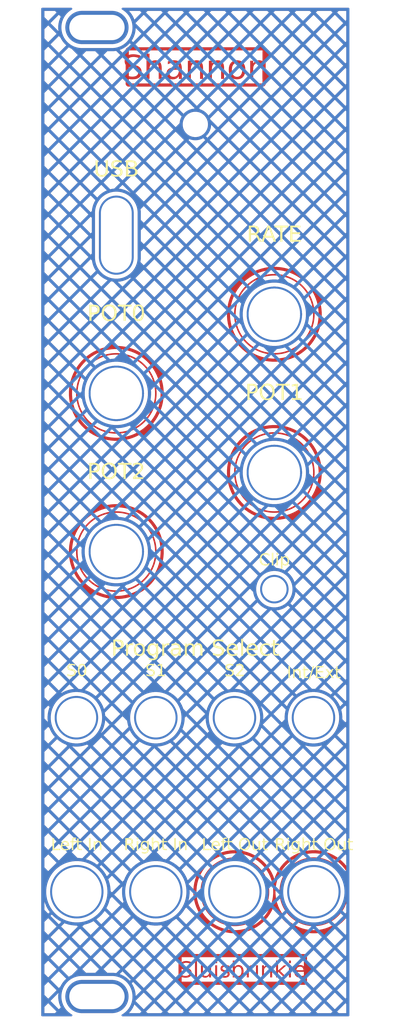
<source format=kicad_pcb>
(kicad_pcb (version 20241229) (generator "pcbnew") (generator_version "9.0")
  (layers (0 "F.Cu" signal) (2 "B.Cu" signal) (13 "F.Paste" user) (15 "B.Paste" user) (5 "F.SilkS" user "F.Silkscreen") (7 "B.SilkS" user "B.Silkscreen") (1 "F.Mask" user) (3 "B.Mask" user) (25 "Edge.Cuts" user))
  (net 0 "")
  (footprint "" (layer "F.Cu") (at 170 80.75)
    (property "Reference" "" (at 0 0 0) (layer "F.SilkS") (effects (font (size 1.27 1.27))))
    (property "Value" "")
    (pad "" thru_hole circle (at 0 0) (size 7 7) (drill 6.5) (layers "*.Cu" "*.Mask"))
  )
  (footprint "" (layer "F.Cu") (at 170 60.75)
    (property "Reference" "" (at 0 0 0) (layer "F.SilkS") (effects (font (size 1.27 1.27))))
    (property "Value" "")
    (pad "" thru_hole circle (at 0 0) (size 7 7) (drill 6.5) (layers "*.Cu" "*.Mask"))
  )
  (footprint "" (layer "F.Cu") (at 165 133.75)
    (property "Reference" "" (at 0.002969 -0.5 0) (layer "F.SilkS") (effects (font (size 1.27 1.27))))
    (property "Value" "")
    (pad "" thru_hole circle (at 0 0) (size 6.75 6.75) (drill 6.25) (layers "*.Cu" "*.Mask"))
  )
  (footprint "" (layer "F.Cu") (at 145 111.75)
    (property "Reference" "" (at 0 0 0) (layer "F.SilkS") (effects (font (size 1.27 1.27))))
    (property "Value" "")
    (pad "" thru_hole circle (at -0.0489 0) (size 5.5 6.75) (drill 5) (layers "*.Cu" "*.Mask"))
  )
  (footprint "" (layer "F.Cu") (at 150 90.75)
    (property "Reference" "" (at 0 0 0) (layer "F.SilkS") (effects (font (size 1.27 1.27))))
    (property "Value" "")
    (pad "" thru_hole circle (at 0 0) (size 7 7) (drill 6.5) (layers "*.Cu" "*.Mask"))
  )
  (footprint "" (layer "F.Cu") (at 145 133.75)
    (property "Reference" "" (at 0.002969 -0.5 0) (layer "F.SilkS") (effects (font (size 1.27 1.27))))
    (property "Value" "")
    (pad "" thru_hole circle (at 0 0) (size 6.75 6.75) (drill 6.25) (layers "*.Cu" "*.Mask"))
  )
  (footprint "" (layer "F.Cu") (at 170 60.75)
    (property "Reference" "" (at 0 0 0) (layer "F.SilkS") (effects (font (size 1.27 1.27))))
    (property "Value" "")
    (pad "" thru_hole circle (at 0 0) (size 7 7) (drill 6.5) (layers "*.Cu" "*.Mask"))
  )
  (footprint "Library:knob_alu" (layer "F.Cu") (at 150 90.75)
    (property "Reference" "REF**" (hide yes))
    (property "Value" "knob_alu")
  )
  (footprint "" (layer "F.Cu") (at 150 90.75)
    (property "Reference" "" (at 0 0 0) (layer "F.SilkS") (effects (font (size 1.5 1.5))))
    (property "Value" "")
    (pad "" thru_hole circle (at 0 0) (size 7 7) (drill 6.5) (layers "*.Cu" "*.Mask"))
  )
  (footprint "" (layer "F.Cu") (at 170 60.75)
    (property "Reference" "" (at 0 0 0) (layer "F.SilkS") (effects (font (size 1.5 1.5))))
    (property "Value" "")
    (pad "" thru_hole circle (at 0 0) (size 7 7) (drill 6.5) (layers "*.Cu" "*.Mask"))
  )
  (footprint "Library:Nut_3DModel" (layer "F.Cu") (at 175 133.75)
    (property "Reference" "REF**" (hide yes))
    (property "Value" "Nut_3DModel")
  )
  (footprint "" (layer "F.Cu") (at 150 70.75)
    (property "Reference" "" (at 0 0 0) (layer "F.SilkS") (effects (font (size 1.5 1.5))))
    (property "Value" "")
    (pad "" thru_hole circle (at 0 0) (size 7 7) (drill 6.5) (layers "*.Cu" "*.Mask"))
  )
  (footprint "" (layer "F.Cu") (at 170 60.75)
    (property "Reference" "" (at 0 0 0) (layer "F.SilkS") (effects (font (size 1.27 1.27))))
    (property "Value" "")
    (pad "" thru_hole circle (at 0 0) (size 7 7) (drill 6.5) (layers "*.Cu" "*.Mask"))
  )
  (footprint "Library:knob_alu" (layer "F.Cu") (at 170 80.75)
    (property "Reference" "REF**" (hide yes))
    (property "Value" "knob_alu")
  )
  (footprint "Library:fv1_backpcb" (layer "F.Cu") (at 140 140.75)
    (property "Reference" "REF**" (hide yes))
    (property "Value" "fv1_backpcb")
  )
  (footprint "" (layer "F.Cu") (at 150 50.75)
    (property "Reference" "" (at 0 0 0) (layer "F.SilkS") (effects (font (size 1.27 1.27))))
    (property "Value" "")
    (pad "" thru_hole oval (at 0 0) (size 4.4 10) (drill oval 3.9 9.5) (layers "*.Cu" "*.Mask"))
  )
  (footprint "MountingHole:MountingHole_3.2mm_M3" (layer "F.Cu") (at 147.5489 24.4964)
    (property "Reference" "REF**" (hide yes))
    (property "Value" "MountingHole_3.2mm_M3" (hide yes))
    (pad "" thru_hole oval (at 0 0) (size 8 4.2) (drill oval 7 3.2) (layers "*.Cu" "*.Mask"))
  )
  (footprint "Library:knob_alu" (layer "F.Cu") (at 170 60.75)
    (property "Reference" "REF**" (hide yes))
    (property "Value" "knob_alu")
  )
  (footprint "Library:knob_alu" (layer "F.Cu") (at 150 70.75)
    (property "Reference" "REF**" (hide yes))
    (property "Value" "knob_alu")
  )
  (footprint "" (layer "F.Cu") (at 155 133.75)
    (property "Reference" "" (at 0.002969 -0.5 0) (layer "F.SilkS") (effects (font (size 1.27 1.27))))
    (property "Value" "")
    (pad "" thru_hole circle (at 0 0) (size 6.75 6.75) (drill 6.25) (layers "*.Cu" "*.Mask"))
  )
  (footprint "Library:Nut_3DModel" (layer "F.Cu") (at 155 133.75)
    (property "Reference" "REF**" (hide yes))
    (property "Value" "Nut_3DModel")
  )
  (footprint "" (layer "F.Cu") (at 150 70.75)
    (property "Reference" "" (at 0 0 0) (layer "F.SilkS") (effects (font (size 1.27 1.27))))
    (property "Value" "")
    (pad "" thru_hole circle (at 0 0) (size 7 7) (drill 6.5) (layers "*.Cu" "*.Mask"))
  )
  (footprint "MountingHole:MountingHole_3.2mm_M3" (layer "F.Cu") (at 147.5489 146.9964)
    (property "Reference" "REF**" (hide yes))
    (property "Value" "MountingHole_3.2mm_M3" (hide yes))
    (pad "" thru_hole oval (at 0 0) (size 8 4.2) (drill oval 7 3.2) (layers "*.Cu" "*.Mask"))
  )
  (footprint "" (layer "F.Cu") (at 150 70.75)
    (property "Reference" "" (at 0 0 0) (layer "F.SilkS") (effects (font (size 1.27 1.27))))
    (property "Value" "")
    (pad "" thru_hole circle (at 0 0) (size 7 7) (drill 6.5) (layers "*.Cu" "*.Mask"))
  )
  (footprint "" (layer "F.Cu") (at 170 80.75)
    (property "Reference" "" (at 0 0 0) (layer "F.SilkS") (effects (font (size 1.27 1.27))))
    (property "Value" "")
    (pad "" thru_hole circle (at 0 0) (size 7 7) (drill 6.5) (layers "*.Cu" "*.Mask"))
  )
  (footprint "" (layer "F.Cu") (at 150 90.75)
    (property "Reference" "" (at 0 0 0) (layer "F.SilkS") (effects (font (size 1.27 1.27))))
    (property "Value" "")
    (pad "" thru_hole circle (at 0 0) (size 7 7) (drill 6.5) (layers "*.Cu" "*.Mask"))
  )
  (footprint "" (layer "F.Cu") (at 175 111.75)
    (property "Reference" "" (at 0 0 0) (layer "F.SilkS") (effects (font (size 1.27 1.27))))
    (property "Value" "")
    (pad "" thru_hole circle (at -0.0489 0) (size 5.5 6.75) (drill 5) (layers "*.Cu" "*.Mask"))
  )
  (footprint "MountingHole:MountingHole_2.7mm_M2.5" (layer "F.Cu") (at 160 36.75)
    (property "Reference" "H1" (hide yes))
    (property "Value" "MountingHole")
    (pad "" np_thru_hole circle (at 0 0) (size 2.7 2.7) (drill 2.7) (layers "*.Cu" "*.Mask"))
  )
  (footprint "" (layer "F.Cu") (at 175 133.75)
    (property "Reference" "" (at 0.002969 -0.5 0) (layer "F.SilkS") (effects (font (size 1.27 1.27))))
    (property "Value" "")
    (pad "" thru_hole circle (at 0 0) (size 6.75 6.75) (drill 6.25) (layers "*.Cu" "*.Mask"))
  )
  (footprint "" (layer "F.Cu") (at 170 95.5)
    (property "Reference" "" (at 0 0 0) (layer "F.SilkS") (effects (font (size 1.27 1.27))))
    (property "Value" "")
    (pad "" thru_hole circle (at 0 0) (size 3.6 3.6) (drill 3.1) (layers "*.Cu" "*.Mask"))
  )
  (footprint "" (layer "F.Cu") (at 170 80.75)
    (property "Reference" "" (at 0 0 0) (layer "F.SilkS") (effects (font (size 1.5 1.5))))
    (property "Value" "")
    (pad "" thru_hole circle (at 0 0) (size 7 7) (drill 6.5) (layers "*.Cu" "*.Mask"))
  )
  (footprint "" (layer "F.Cu") (at 170 80.75)
    (property "Reference" "" (at 0 0 0) (layer "F.SilkS") (effects (font (size 1.27 1.27))))
    (property "Value" "")
    (pad "" thru_hole circle (at 0 0) (size 7 7) (drill 6.5) (layers "*.Cu" "*.Mask"))
  )
  (footprint "" (layer "F.Cu") (at 150 70.75)
    (property "Reference" "" (at 0 0 0) (layer "F.SilkS") (effects (font (size 1.27 1.27))))
    (property "Value" "")
    (pad "" thru_hole circle (at 0 0) (size 7 7) (drill 6.5) (layers "*.Cu" "*.Mask"))
  )
  (footprint "" (layer "F.Cu") (at 150 90.75)
    (property "Reference" "" (at 0 0 0) (layer "F.SilkS") (effects (font (size 1.27 1.27))))
    (property "Value" "")
    (pad "" thru_hole circle (at 0 0) (size 7 7) (drill 6.5) (layers "*.Cu" "*.Mask"))
  )
  (footprint "" (layer "F.Cu") (at 165 111.75)
    (property "Reference" "" (at 0 0 0) (layer "F.SilkS") (effects (font (size 1.27 1.27))))
    (property "Value" "")
    (pad "" thru_hole circle (at -0.0489 0) (size 5.5 6.75) (drill 5) (layers "*.Cu" "*.Mask"))
  )
  (footprint "" (layer "F.Cu") (at 155.0489 111.75)
    (property "Reference" "" (at 0 0 0) (layer "F.SilkS") (effects (font (size 1.27 1.27))))
    (property "Value" "")
    (pad "" thru_hole circle (at -0.0489 0) (size 5.5 6.75) (drill 5) (layers "*.Cu" "*.Mask"))
  )
  (footprint "Library:Nut_3DModel" (layer "F.Cu") (at 165 133.75)
    (property "Reference" "REF**" (hide yes))
    (property "Value" "Nut_3DModel")
  )
  (footprint "Library:torx_m2.5" (layer "F.Cu") (at 160 36.75)
    (property "Reference" "REF**" (hide yes))
    (property "Value" "torx_m2.5")
  )
  (footprint "Library:Nut_3DModel" (layer "F.Cu") (at 145 133.75)
    (property "Reference" "REF**" (hide yes))
    (property "Value" "Nut_3DModel")
  )
  (gr_circle (center 175 133.75) (end 179.252969 133.75) (stroke (width 0.2)) (fill no) (layer "F.Cu"))
  (gr_circle (center 170 60.75) (end 170 65.75) (stroke (width 0.2)) (fill no) (layer "F.Cu"))
  (gr_circle (center 170 80.75) (end 170.002969 85.75) (stroke (width 0.2)) (fill no) (layer "F.Cu"))
  (gr_circle (center 165 133.75) (end 169.252969 133.75) (stroke (width 0.2)) (fill no) (layer "F.Cu"))
  (gr_circle (center 150 90.75) (end 150 95.75) (stroke (width 0.2)) (fill no) (layer "F.Cu"))
  (gr_circle (center 150 70.75) (end 150 75.75) (stroke (width 0.2)) (fill no) (layer "F.Cu"))
  (gr_line (start 180 150) (end 140 150) (stroke (width 0.001)) (layer "Edge.Cuts"))
  (gr_line (start 180 21.5) (end 140 21.5) (stroke (width 0.001)) (layer "Edge.Cuts"))
  (gr_line (start 180 150) (end 180 21.5) (stroke (width 0.001)) (layer "Edge.Cuts"))
  (gr_line (start 140 150) (end 140 21.5) (stroke (width 0.001)) (layer "Edge.Cuts"))
  (gr_text "Shannon" (at 160 29.75 0) (layer "F.Cu") (effects (font (size 3 3) (thickness 0.375))))
  (gr_text "Sluisbrinkie\n" (at 166 143.75 0) (layer "F.Cu") (effects (font (size 2 2))))
  (gr_text "Clip" (at 170 92.75 0) (layer "F.SilkS") (effects (font (size 1.5 1.5) (thickness 0.14224)) (justify bottom)))
  (gr_text "Left In" (at 145 128.75 0) (layer "F.SilkS") (effects (font (size 1.5 1.5) (thickness 0.14224)) (justify bottom)))
  (gr_text "POT2" (at 150 80.75 0) (layer "F.SilkS") (effects (font (size 2 2))))
  (gr_text "Right In" (at 155 128.75 0) (layer "F.SilkS") (effects (font (size 1.5 1.5) (thickness 0.14224)) (justify bottom)))
  (gr_text "RATE" (at 170 50.75 0) (layer "F.SilkS") (effects (font (size 2 2))))
  (gr_text "Int/Ext" (at 175 107 0) (layer "F.SilkS") (effects (font (size 1.5 1.5) (thickness 0.14224)) (justify bottom)))
  (gr_text "Left Out" (at 165 128.75 0) (layer "F.SilkS") (effects (font (size 1.5 1.5) (thickness 0.14224)) (justify bottom)))
  (gr_text "USB" (at 150 42.5 0) (layer "F.SilkS") (effects (font (size 2 2))))
  (gr_text "Right Out" (at 175 128.75 0) (layer "F.SilkS") (effects (font (size 1.5 1.5) (thickness 0.14224)) (justify bottom)))
  (gr_text "Program Select" (at 160 104.25 0) (layer "F.SilkS") (effects (font (size 2 2) (thickness 0.14224)) (justify bottom)))
  (gr_text "POT1" (at 170 70.75 0) (layer "F.SilkS") (effects (font (size 2 2))))
  (gr_text "S0" (at 145 106.75 0) (layer "F.SilkS") (effects (font (size 1.5 1.5) (thickness 0.14224)) (justify bottom)))
  (gr_text "S1" (at 155 106.75 0) (layer "F.SilkS") (effects (font (size 1.5 1.5) (thickness 0.14224)) (justify bottom)))
  (gr_text "S2" (at 165 106.75 0) (layer "F.SilkS") (effects (font (size 1.5 1.5) (thickness 0.14224)) (justify bottom)))
  (gr_text "POT0" (at 150 60.75 0) (layer "F.SilkS") (effects (font (size 2 2))))
  (zone (net 0) (net_name "") (layers "F.Cu" "B.Cu") (connect_pads (clearance 0.5)) (min_thickness 0.25) (fill yes (mode hatch) (thermal_gap 0.5) (thermal_bridge_width 0.5) (island_removal_mode 1) (island_area_min 10) (hatch_thickness 0.4) (hatch_gap 1.5) (hatch_orientation 45) (hatch_border_algorithm hatch_thickness) (hatch_min_hole_area 0.3))
    (polygon (pts (xy 140 21.25) (xy 180 21.25) (xy 180 150.25) (xy 140 150.25)))
  )
)
</source>
